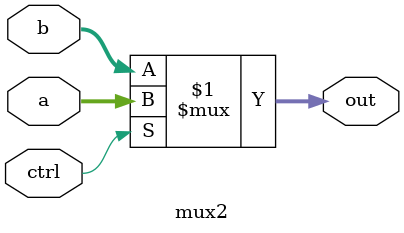
<source format=v>
module mux2(a, b, ctrl, out);

//--------------------------
// PARAMETERS
parameter DATA_WIDTH = 16;
//--------------------------
// INPUTS
input [DATA_WIDTH-1:0] a;
input [DATA_WIDTH-1:0] b;
input ctrl;
//--------------------------
// OUTPUTS
output [DATA_WIDTH-1:0] out;
//--------------------------

assign out = ctrl ? a : b;

endmodule
</source>
